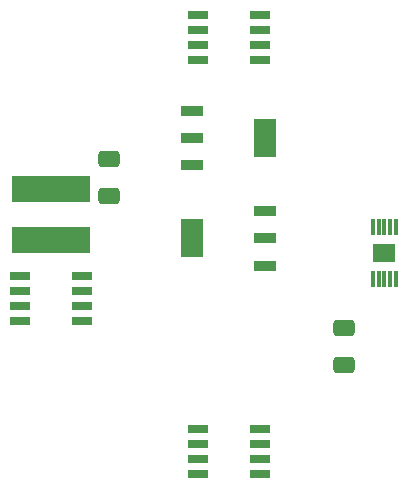
<source format=gbr>
%TF.GenerationSoftware,KiCad,Pcbnew,(6.0.8)*%
%TF.CreationDate,2022-11-18T04:38:56-05:00*%
%TF.ProjectId,Armstrong_v2.0,41726d73-7472-46f6-9e67-5f76322e302e,rev?*%
%TF.SameCoordinates,Original*%
%TF.FileFunction,Paste,Top*%
%TF.FilePolarity,Positive*%
%FSLAX46Y46*%
G04 Gerber Fmt 4.6, Leading zero omitted, Abs format (unit mm)*
G04 Created by KiCad (PCBNEW (6.0.8)) date 2022-11-18 04:38:56*
%MOMM*%
%LPD*%
G01*
G04 APERTURE LIST*
G04 Aperture macros list*
%AMRoundRect*
0 Rectangle with rounded corners*
0 $1 Rounding radius*
0 $2 $3 $4 $5 $6 $7 $8 $9 X,Y pos of 4 corners*
0 Add a 4 corners polygon primitive as box body*
4,1,4,$2,$3,$4,$5,$6,$7,$8,$9,$2,$3,0*
0 Add four circle primitives for the rounded corners*
1,1,$1+$1,$2,$3*
1,1,$1+$1,$4,$5*
1,1,$1+$1,$6,$7*
1,1,$1+$1,$8,$9*
0 Add four rect primitives between the rounded corners*
20,1,$1+$1,$2,$3,$4,$5,0*
20,1,$1+$1,$4,$5,$6,$7,0*
20,1,$1+$1,$6,$7,$8,$9,0*
20,1,$1+$1,$8,$9,$2,$3,0*%
G04 Aperture macros list end*
%ADD10RoundRect,0.250000X0.650000X-0.412500X0.650000X0.412500X-0.650000X0.412500X-0.650000X-0.412500X0*%
%ADD11RoundRect,0.250000X-0.650000X0.412500X-0.650000X-0.412500X0.650000X-0.412500X0.650000X0.412500X0*%
%ADD12R,1.800000X0.650000*%
%ADD13R,6.600000X2.300000*%
%ADD14R,1.900000X0.950000*%
%ADD15R,1.900000X3.250000*%
%ADD16R,0.300000X1.400000*%
%ADD17R,1.880000X1.570000*%
G04 APERTURE END LIST*
D10*
%TO.C,C2*%
X89850000Y-95212500D03*
X89850000Y-92087500D03*
%TD*%
D11*
%TO.C,C1*%
X109800000Y-106387500D03*
X109800000Y-109512500D03*
%TD*%
D12*
%TO.C,Q\u002A\u002A2*%
X97375000Y-114895000D03*
X97375000Y-116165000D03*
X97375000Y-117435000D03*
X97375000Y-118705000D03*
X102625000Y-118705000D03*
X102625000Y-117435000D03*
X102625000Y-116165000D03*
X102625000Y-114895000D03*
%TD*%
D13*
%TO.C,L1*%
X85000000Y-94632500D03*
X85000000Y-98932500D03*
%TD*%
D12*
%TO.C,Q\u002A\u002A3*%
X97375000Y-79895000D03*
X97375000Y-81165000D03*
X97375000Y-82435000D03*
X97375000Y-83705000D03*
X102625000Y-83705000D03*
X102625000Y-82435000D03*
X102625000Y-81165000D03*
X102625000Y-79895000D03*
%TD*%
%TO.C,Q\u002A\u002A1*%
X87625000Y-105787500D03*
X87625000Y-104517500D03*
X87625000Y-103247500D03*
X87625000Y-101977500D03*
X82375000Y-101977500D03*
X82375000Y-103247500D03*
X82375000Y-104517500D03*
X82375000Y-105787500D03*
%TD*%
D14*
%TO.C,Q2*%
X96950000Y-88000000D03*
X96950000Y-90300000D03*
X96950000Y-92600000D03*
D15*
X103050000Y-90300000D03*
%TD*%
D16*
%TO.C,U2*%
X112200000Y-102200000D03*
X112700000Y-102200000D03*
X113200000Y-102200000D03*
X113700000Y-102200000D03*
X114200000Y-102200000D03*
X114200000Y-97800000D03*
X113700000Y-97800000D03*
X113200000Y-97800000D03*
X112700000Y-97800000D03*
X112200000Y-97800000D03*
D17*
X113200000Y-100000000D03*
%TD*%
D14*
%TO.C,Q1*%
X103050000Y-101100000D03*
X103050000Y-98800000D03*
X103050000Y-96500000D03*
D15*
X96950000Y-98800000D03*
%TD*%
M02*

</source>
